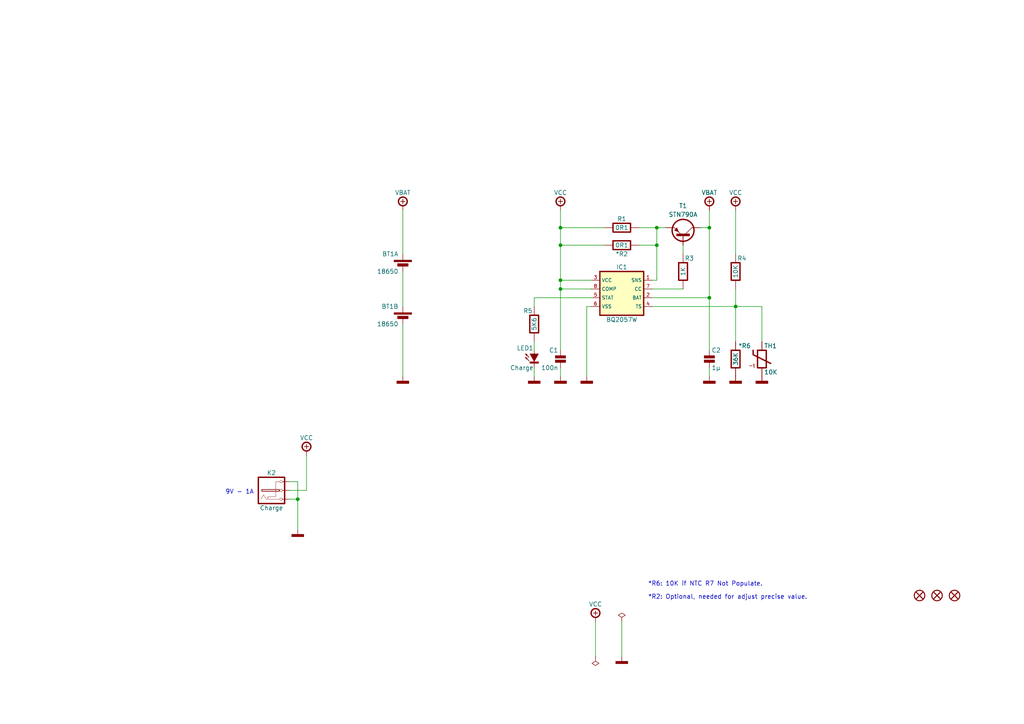
<source format=kicad_sch>
(kicad_sch (version 20210126) (generator eeschema)
  (paper "A4")
  (title_block (title "Charger 2x18650") (date "01/2021") (rev "A") (comment 1 "TBOT - Charger"))
  (lib_symbols
    (symbol "power:PWR_FLAG" (power) (pin_numbers hide) (pin_names (offset 0) hide)
      (property "Value" "PWR_FLAG" (at 0 3.81 0))
      (symbol "PWR_FLAG_0_0"
        (pin power_out line (at 0 0 90) (length 0) (name "pwr") (number "1"))
      )
      (symbol "PWR_FLAG_0_1"
        (polyline (pts (xy 0 0) (xy 0 1.27) (xy -1.016 1.905) (xy 0 2.54) (xy 1.016 1.905) (xy 0 1.27)))
      )
    )
    (symbol "tronixio:BQ2057W" (pin_names (offset 0.5))
      (property "Reference" "IC" (at 0 7.62 0))
      (property "Value" "BQ2057W" (at 0 -7.62 0))
      (symbol "BQ2057W_0_1"
        (rectangle (start -6.35 -6.35) (end 6.35 6.35) (stroke (width 0.4)) (fill (type background)))
      )
      (symbol "BQ2057W_1_1"
        (pin power_in line (at -8.89 -3.81 0) (length 2.54) (name "VSS") (number "6"))
        (pin power_in line (at -8.89 3.81 0) (length 2.54) (name "VCC") (number "3"))
        (pin open_collector line (at -8.89 -1.27 0) (length 2.54) (name "STAT") (number "5"))
        (pin power_out line (at 8.89 -1.27 180) (length 2.54) (name "BAT") (number "2"))
        (pin input line (at -8.89 1.27 0) (length 2.54) (name "COMP") (number "8"))
        (pin input line (at 8.89 -3.81 180) (length 2.54) (name "TS") (number "4"))
        (pin input line (at 8.89 3.81 180) (length 2.54) (name "SNS") (number "1"))
        (pin output line (at 8.89 1.27 180) (length 2.54) (name "CC") (number "7"))
      )
    )
    (symbol "tronixio:C" (pin_numbers hide) (pin_names (offset 0) hide)
      (property "Reference" "C" (at 0.635 2.54 0))
      (property "Value" "C" (at 0.635 -2.54 0))
      (symbol "C_0_1"
        (rectangle (start -1.524 -0.254) (end 1.524 -1.016) (stroke (width 0.001)) (fill (type outline)))
        (rectangle (start -1.524 1.016) (end 1.524 0.254) (stroke (width 0.001)) (fill (type outline)))
      )
      (symbol "C_1_1"
        (pin passive line (at 0 2.54 270) (length 1.905) (name "~") (number "1"))
        (pin passive line (at 0 -2.54 90) (length 1.905) (name "~") (number "2"))
      )
    )
    (symbol "tronixio:CUI-PJ-102AH" (pin_numbers hide) (pin_names (offset 0) hide)
      (property "Reference" "K" (at 0 5.08 0))
      (property "Value" "CUI-PJ-102AH" (at 0 -5.08 0))
      (symbol "CUI-PJ-102AH_0_1"
        (circle (center 2.794 2.54) (radius 0.3592) (stroke (width 0.0006)))
        (circle (center 2.794 0) (radius 0.3592) (stroke (width 0.0006)))
        (circle (center 2.794 -2.54) (radius 0.3592) (stroke (width 0.0006)))
        (rectangle (start -3.81 -3.81) (end 3.81 3.81) (stroke (width 0.4)))
        (rectangle (start -2.794 0.254) (end 2.286 -0.254) (stroke (width 0.2)))
        (polyline (pts (xy -3.048 -2.54) (xy -2.286 -1.27) (xy -1.524 -2.54) (xy 2.286 -2.54)) (stroke (width 0.0006)))
        (polyline (pts (xy -1.27 -1.778) (xy -1.016 -2.286) (xy -0.762 -1.778) (xy 1.27 -1.778) (xy 1.27 2.54) (xy 2.286 2.54)) (stroke (width 0.0006)))
      )
      (symbol "CUI-PJ-102AH_1_1"
        (pin passive line (at 5.08 0 180) (length 1.905) (name "~") (number "1"))
        (pin passive line (at 5.08 -2.54 180) (length 1.905) (name "~") (number "2"))
        (pin passive line (at 5.08 2.54 180) (length 1.905) (name "~") (number "3"))
      )
    )
    (symbol "tronixio:GND" (power) (pin_numbers hide) (pin_names (offset 0) hide)
      (property "Value" "GND" (at 0 -3.81 0))
      (symbol "GND_0_1"
        (rectangle (start -1.778 -2.032) (end 1.778 -1.27) (stroke (width 0.001)) (fill (type outline)))
      )
      (symbol "GND_1_1"
        (pin power_in line (at 0 0 270) (length 1.27) (name "GND") (number "1"))
      )
    )
    (symbol "tronixio:KEYSTONE-1049" (pin_numbers hide) (pin_names (offset 0) hide)
      (property "Reference" "BT" (at -1.27 2.54 0))
      (property "Value" "KEYSTONE-1049" (at -1.27 -2.54 0))
      (symbol "KEYSTONE-1049_0_1"
        (rectangle (start -2.54 0.762) (end 2.54 0.254) (fill (type outline)))
        (rectangle (start -1.524 -0.254) (end 1.524 -1.016) (fill (type outline)))
      )
      (symbol "KEYSTONE-1049_1_1"
        (pin passive line (at 0 2.54 270) (length 1.905) (name "+") (number "2"))
        (pin passive line (at 0 -2.54 90) (length 1.905) (name "-") (number "1"))
      )
      (symbol "KEYSTONE-1049_2_1"
        (pin passive line (at 0 2.54 270) (length 1.905) (name "+") (number "4"))
        (pin passive line (at 0 -2.54 90) (length 1.905) (name "-") (number "3"))
      )
    )
    (symbol "tronixio:LED" (pin_numbers hide) (pin_names (offset 0) hide)
      (property "Reference" "LED" (at 0 -2.54 0))
      (property "Value" "LED" (at 0 -5.08 0))
      (symbol "LED_0_1"
        (rectangle (start -1.27 1.27) (end -0.762 -1.27) (stroke (width 0.001)) (fill (type outline)))
        (polyline (pts (xy 1.524 -1.27) (xy 1.524 1.27) (xy -0.762 0) (xy 1.524 -1.27)) (stroke (width 0.001)) (fill (type outline)))
        (polyline (pts (xy 0.508 1.524) (xy 1.524 2.54) (xy 1.27 2.032) (xy 1.016 2.286) (xy 1.524 2.54)) (stroke (width 0.2)))
        (polyline (pts (xy -0.508 1.524) (xy 0.508 2.54) (xy 0.254 2.032) (xy 0 2.286) (xy 0.508 2.54)) (stroke (width 0.2)))
      )
      (symbol "LED_1_1"
        (pin passive line (at -2.54 0 0) (length 1.27) (name "K") (number "1"))
        (pin passive line (at 2.54 0 180) (length 1.27) (name "A") (number "2"))
      )
    )
    (symbol "tronixio:MOUNTING-HOLE-MASK-3MM" (pin_numbers hide) (pin_names (offset 0) hide) (in_bom no)
      (symbol "MOUNTING-HOLE-MASK-3MM_0_1"
        (circle (center 0 0) (radius 1.524) (stroke (width 0.3)))
        (polyline (pts (xy -1.016 -1.016) (xy 1.016 1.016)) (stroke (width 0.3)))
        (polyline (pts (xy 1.016 -1.016) (xy -1.016 1.016)) (stroke (width 0.3)))
      )
    )
    (symbol "tronixio:R" (pin_numbers hide) (pin_names (offset 0) hide)
      (property "Reference" "R" (at 2.54 0 90))
      (property "Value" "R" (at 0 0 90))
      (symbol "R_0_1"
        (rectangle (start -1.27 -2.54) (end 1.27 2.54) (stroke (width 0.4)))
      )
      (symbol "R_1_1"
        (pin passive line (at 0 5.08 270) (length 2.54) (name "~") (number "1"))
        (pin passive line (at 0 -5.08 90) (length 2.54) (name "~") (number "2"))
      )
    )
    (symbol "tronixio:R_1" (pin_numbers hide) (pin_names (offset 0) hide)
      (property "Reference" "R" (at 2.54 0 90))
      (property "Value" "R" (at 0 0 90))
      (symbol "R_1_0_1"
        (rectangle (start -1.27 -2.54) (end 1.27 2.54) (stroke (width 0.4)))
      )
      (symbol "R_1_1_1"
        (pin passive line (at 0 5.08 270) (length 2.54) (name "~") (number "1"))
        (pin passive line (at 0 -5.08 90) (length 2.54) (name "~") (number "2"))
      )
    )
    (symbol "tronixio:R_2" (pin_numbers hide) (pin_names (offset 0) hide)
      (property "Reference" "R" (at 2.54 0 90))
      (property "Value" "R" (at 0 0 90))
      (symbol "R_2_0_1"
        (rectangle (start -1.27 -2.54) (end 1.27 2.54) (stroke (width 0.4)))
      )
      (symbol "R_2_1_1"
        (pin passive line (at 0 5.08 270) (length 2.54) (name "~") (number "1"))
        (pin passive line (at 0 -5.08 90) (length 2.54) (name "~") (number "2"))
      )
    )
    (symbol "tronixio:R_3" (pin_numbers hide) (pin_names (offset 0) hide)
      (property "Reference" "R" (at 2.54 0 90))
      (property "Value" "R" (at 0 0 90))
      (symbol "R_3_0_1"
        (rectangle (start -1.27 -2.54) (end 1.27 2.54) (stroke (width 0.4)))
      )
      (symbol "R_3_1_1"
        (pin passive line (at 0 5.08 270) (length 2.54) (name "~") (number "1"))
        (pin passive line (at 0 -5.08 90) (length 2.54) (name "~") (number "2"))
      )
    )
    (symbol "tronixio:R_5" (pin_numbers hide) (pin_names (offset 0) hide)
      (property "Reference" "R" (at 2.54 0 90))
      (property "Value" "R" (at 0 0 90))
      (symbol "R_5_0_1"
        (rectangle (start -1.27 -2.54) (end 1.27 2.54) (stroke (width 0.4)))
      )
      (symbol "R_5_1_1"
        (pin passive line (at 0 5.08 270) (length 2.54) (name "~") (number "1"))
        (pin passive line (at 0 -5.08 90) (length 2.54) (name "~") (number "2"))
      )
    )
    (symbol "tronixio:R_6" (pin_numbers hide) (pin_names (offset 0) hide)
      (property "Reference" "R" (at 2.54 0 90))
      (property "Value" "R" (at 0 0 90))
      (symbol "R_6_0_1"
        (rectangle (start -1.27 -2.54) (end 1.27 2.54) (stroke (width 0.4)))
      )
      (symbol "R_6_1_1"
        (pin passive line (at 0 5.08 270) (length 2.54) (name "~") (number "1"))
        (pin passive line (at 0 -5.08 90) (length 2.54) (name "~") (number "2"))
      )
    )
    (symbol "tronixio:STN790A" (pin_numbers hide) (pin_names (offset 0) hide)
      (property "Reference" "T" (at 5.08 1.27 0))
      (property "Value" "STN790A" (at 5.08 -1.27 0))
      (symbol "STN790A_0_1"
        (circle (center 1.778 0) (radius 3.175) (stroke (width 0.4)))
        (rectangle (start 0.127 1.905) (end 0.762 -1.905) (stroke (width 0.001)) (fill (type outline)))
        (polyline (pts (xy 0.635 0.635) (xy 2.54 2.54)))
        (polyline (pts (xy 0.635 -0.635) (xy 2.54 -2.54) (xy 2.54 -2.54)))
        (polyline (pts (xy 1.27 -1.27) (xy 2.54 -1.778) (xy 1.778 -2.54) (xy 1.27 -1.27)) (stroke (width 0.001)) (fill (type outline)))
      )
      (symbol "STN790A_1_1"
        (pin input line (at -2.54 0 0) (length 2.54) (name "B") (number "1"))
        (pin passive line (at 2.54 5.08 270) (length 2.54) (name "C") (number "2"))
        (pin passive line (at 2.54 -5.08 90) (length 2.54) (name "E") (number "3"))
      )
    )
    (symbol "tronixio:THERMISTOR_NTC" (pin_numbers hide) (pin_names (offset 0) hide)
      (property "Reference" "TH" (at 1.27 3.81 0))
      (property "Value" "THERMISTOR_NTC" (at 1.27 -3.81 0))
      (symbol "THERMISTOR_NTC_0_0"
        (text "-t" (at -1.905 -1.905 0) (effects (font (size 1 1)) (justify right)))
      )
      (symbol "THERMISTOR_NTC_0_1"
        (rectangle (start -1.27 -2.54) (end 1.27 2.54) (stroke (width 0.4)))
        (polyline (pts (xy -2.54 2.54) (xy -2.54 1.27) (xy 2.54 -1.27)) (stroke (width 0.4)))
      )
      (symbol "THERMISTOR_NTC_1_1"
        (pin passive line (at 0 5.08 270) (length 2.54) (name "~") (number "1"))
        (pin passive line (at 0 -5.08 90) (length 2.54) (name "~") (number "2"))
      )
    )
    (symbol "tronixio:VBAT" (power) (pin_numbers hide) (pin_names (offset 0) hide)
      (property "Value" "VBAT" (at 0 5.08 0))
      (symbol "VBAT_0_1"
        (circle (center 0 2.54) (radius 1.27) (stroke (width 0.4)))
        (polyline (pts (xy 0 1.905) (xy 0 3.175)) (stroke (width 0.2)))
        (polyline (pts (xy -0.635 2.54) (xy 0.635 2.54)) (stroke (width 0.2)))
      )
      (symbol "VBAT_1_1"
        (pin power_in line (at 0 0 90) (length 1.27) (name "VBAT") (number "1"))
      )
    )
    (symbol "tronixio:VCC" (power) (pin_numbers hide) (pin_names (offset 0) hide)
      (property "Value" "VCC" (at 0 5.08 0))
      (symbol "VCC_0_1"
        (circle (center 0 2.54) (radius 1.27) (stroke (width 0.4)))
        (polyline (pts (xy 0 1.905) (xy 0 3.175)) (stroke (width 0.2)))
        (polyline (pts (xy -0.635 2.54) (xy 0.635 2.54)) (stroke (width 0.2)))
      )
      (symbol "VCC_1_1"
        (pin power_in line (at 0 0 90) (length 1.27) (name "VCC") (number "1"))
      )
    )
  )
  (junction (at 86.36 144.78) (diameter 0.9144))
  (junction (at 162.56 66.04) (diameter 0.9144))
  (junction (at 162.56 71.12) (diameter 0.9144))
  (junction (at 162.56 81.28) (diameter 0.9144))
  (junction (at 162.56 83.82) (diameter 0.9144))
  (junction (at 190.5 66.04) (diameter 0.9144))
  (junction (at 190.5 71.12) (diameter 0.9144))
  (junction (at 205.74 66.04) (diameter 0.9144))
  (junction (at 205.74 86.36) (diameter 0.9144))
  (junction (at 213.36 88.9) (diameter 0.9144))
  (wire (pts (xy 83.82 139.7) (xy 86.36 139.7)))
  (wire (pts (xy 83.82 142.24) (xy 88.9 142.24)))
  (wire (pts (xy 83.82 144.78) (xy 86.36 144.78)))
  (wire (pts (xy 86.36 139.7) (xy 86.36 144.78)))
  (wire (pts (xy 86.36 144.78) (xy 86.36 153.67)))
  (wire (pts (xy 88.9 142.24) (xy 88.9 132.08)))
  (wire (pts (xy 116.84 60.96) (xy 116.84 73.66)))
  (wire (pts (xy 116.84 78.74) (xy 116.84 88.9)))
  (wire (pts (xy 116.84 93.98) (xy 116.84 109.22)))
  (wire (pts (xy 154.94 86.36) (xy 154.94 88.9)))
  (wire (pts (xy 154.94 99.06) (xy 154.94 101.6)))
  (wire (pts (xy 154.94 106.68) (xy 154.94 109.22)))
  (wire (pts (xy 162.56 60.96) (xy 162.56 66.04)))
  (wire (pts (xy 162.56 66.04) (xy 162.56 71.12)))
  (wire (pts (xy 162.56 66.04) (xy 175.26 66.04)))
  (wire (pts (xy 162.56 71.12) (xy 162.56 81.28)))
  (wire (pts (xy 162.56 71.12) (xy 175.26 71.12)))
  (wire (pts (xy 162.56 81.28) (xy 162.56 83.82)))
  (wire (pts (xy 162.56 83.82) (xy 162.56 101.6)))
  (wire (pts (xy 162.56 83.82) (xy 171.45 83.82)))
  (wire (pts (xy 162.56 106.68) (xy 162.56 109.22)))
  (wire (pts (xy 170.18 88.9) (xy 170.18 109.22)))
  (wire (pts (xy 171.45 81.28) (xy 162.56 81.28)))
  (wire (pts (xy 171.45 86.36) (xy 154.94 86.36)))
  (wire (pts (xy 171.45 88.9) (xy 170.18 88.9)))
  (wire (pts (xy 172.72 180.34) (xy 172.72 190.5)))
  (wire (pts (xy 180.34 180.34) (xy 180.34 190.5)))
  (wire (pts (xy 185.42 66.04) (xy 190.5 66.04)))
  (wire (pts (xy 185.42 71.12) (xy 190.5 71.12)))
  (wire (pts (xy 189.23 81.28) (xy 190.5 81.28)))
  (wire (pts (xy 189.23 83.82) (xy 198.12 83.82)))
  (wire (pts (xy 189.23 86.36) (xy 205.74 86.36)))
  (wire (pts (xy 189.23 88.9) (xy 213.36 88.9)))
  (wire (pts (xy 190.5 66.04) (xy 193.04 66.04)))
  (wire (pts (xy 190.5 71.12) (xy 190.5 66.04)))
  (wire (pts (xy 190.5 71.12) (xy 190.5 81.28)))
  (wire (pts (xy 198.12 71.12) (xy 198.12 73.66)))
  (wire (pts (xy 203.2 66.04) (xy 205.74 66.04)))
  (wire (pts (xy 205.74 60.96) (xy 205.74 66.04)))
  (wire (pts (xy 205.74 66.04) (xy 205.74 86.36)))
  (wire (pts (xy 205.74 86.36) (xy 205.74 101.6)))
  (wire (pts (xy 205.74 106.68) (xy 205.74 109.22)))
  (wire (pts (xy 213.36 60.96) (xy 213.36 73.66)))
  (wire (pts (xy 213.36 83.82) (xy 213.36 88.9)))
  (wire (pts (xy 213.36 88.9) (xy 213.36 99.06)))
  (wire (pts (xy 213.36 88.9) (xy 220.98 88.9)))
  (wire (pts (xy 220.98 99.06) (xy 220.98 88.9)))
  (text "9V - 1A" (at 73.66 143.51 180) (effects (font (size 1.27 1.27)) (justify right bottom)))
  (text "*R6: 10K if NTC R7 Not Populate." (at 187.96 170.18 0) (effects (font (size 1.27 1.27)) (justify left bottom)))
  (text "*R2: Optional, needed for adjust precise value." (at 187.96 173.99 0) (effects (font (size 1.27 1.27)) (justify left bottom)))
  (symbol (lib_id "power:PWR_FLAG") (at 172.72 190.5 180) (unit 1)
    (property "Reference" "#FLG02" (effects hide))
    (property "Value" "PWR_FLAG" (effects hide))
  )
  (symbol (lib_id "power:PWR_FLAG") (at 180.34 180.34 0) (unit 1)
    (property "Reference" "#FLG01" (effects hide))
    (property "Value" "PWR_FLAG" (effects hide))
  )
  (symbol (lib_id "tronixio:GND") (at 86.36 153.67 0) (unit 1)
    (property "Reference" "#PWR015" (effects hide))
    (property "Value" "GND" (effects hide))
  )
  (symbol (lib_id "tronixio:GND") (at 116.84 109.22 0) (unit 1)
    (property "Reference" "#PWR07" (effects hide))
    (property "Value" "GND" (effects hide))
  )
  (symbol (lib_id "tronixio:GND") (at 154.94 109.22 0) (unit 1)
    (property "Reference" "#PWR08" (effects hide))
    (property "Value" "GND" (effects hide))
  )
  (symbol (lib_id "tronixio:GND") (at 162.56 109.22 0) (unit 1)
    (property "Reference" "#PWR09" (effects hide))
    (property "Value" "GND" (effects hide))
  )
  (symbol (lib_id "tronixio:GND") (at 170.18 109.22 0) (unit 1)
    (property "Reference" "#PWR010" (effects hide))
    (property "Value" "GND" (effects hide))
  )
  (symbol (lib_id "tronixio:GND") (at 180.34 190.5 0) (unit 1)
    (property "Reference" "#PWR017" (effects hide))
    (property "Value" "GND" (effects hide))
  )
  (symbol (lib_id "tronixio:GND") (at 205.74 109.22 0) (unit 1)
    (property "Reference" "#PWR011" (effects hide))
    (property "Value" "GND" (effects hide))
  )
  (symbol (lib_id "tronixio:GND") (at 213.36 109.22 0) (unit 1)
    (property "Reference" "#PWR012" (effects hide))
    (property "Value" "GND" (effects hide))
  )
  (symbol (lib_id "tronixio:GND") (at 220.98 109.22 0) (unit 1)
    (property "Reference" "#PWR013" (effects hide))
    (property "Value" "GND" (effects hide))
  )
  (symbol (lib_id "tronixio:MOUNTING-HOLE-MASK-3MM") (at 266.7 172.72 0) (unit 1)
    (property "Reference" "H1" (effects hide))
    (property "Value" "MOUNTING-HOLE-MASK-3MM" (effects hide))
    (property "Footprint" "tronixio:M3-MASK" (effects hide))
  )
  (symbol (lib_id "tronixio:MOUNTING-HOLE-MASK-3MM") (at 271.78 172.72 0) (unit 1)
    (property "Reference" "H2" (effects hide))
    (property "Value" "MOUNTING-HOLE-MASK-3MM" (effects hide))
    (property "Footprint" "tronixio:M3-MASK" (effects hide))
  )
  (symbol (lib_id "tronixio:MOUNTING-HOLE-MASK-3MM") (at 276.86 172.72 0) (unit 1)
    (property "Reference" "H3" (effects hide))
    (property "Value" "MOUNTING-HOLE-MASK-3MM" (effects hide))
    (property "Footprint" "tronixio:M3-MASK" (effects hide))
  )
  (symbol (lib_id "tronixio:VCC") (at 88.9 132.08 0) (unit 1)
    (property "Reference" "#PWR014" (effects hide))
    (property "Value" "VCC" (at 88.9 127 0))
  )
  (symbol (lib_id "tronixio:VBAT") (at 116.84 60.96 0) (unit 1)
    (property "Reference" "#PWR02" (effects hide))
    (property "Value" "VBAT" (at 116.84 55.88 0))
  )
  (symbol (lib_id "tronixio:VCC") (at 162.56 60.96 0) (unit 1)
    (property "Reference" "#PWR03" (effects hide))
    (property "Value" "VCC" (at 162.56 55.88 0))
  )
  (symbol (lib_id "tronixio:VCC") (at 172.72 180.34 0) (unit 1)
    (property "Reference" "#PWR016" (effects hide))
    (property "Value" "VCC" (at 172.72 175.26 0))
  )
  (symbol (lib_id "tronixio:VBAT") (at 205.74 60.96 0) (unit 1)
    (property "Reference" "#PWR04" (effects hide))
    (property "Value" "VBAT" (at 205.74 55.88 0))
  )
  (symbol (lib_id "tronixio:VCC") (at 213.36 60.96 0) (unit 1)
    (property "Reference" "#PWR05" (effects hide))
    (property "Value" "VCC" (at 213.36 55.88 0))
  )
  (symbol (lib_id "tronixio:C") (at 162.56 104.14 0) (unit 1)
    (property "Reference" "C1" (at 161.925 101.6 0) (effects (justify right)))
    (property "Value" "100n" (at 161.925 106.68 0) (effects (justify right)))
    (property "Footprint" "tronixio:CAPACITOR_1206" (effects hide))
  )
  (symbol (lib_id "tronixio:C") (at 205.74 104.14 0) (unit 1)
    (property "Reference" "C2" (at 206.375 101.6 0) (effects (justify left)))
    (property "Value" "1µ" (at 206.375 106.68 0) (effects (justify left)))
    (property "Footprint" "tronixio:CAPACITOR_1206" (effects hide))
  )
  (symbol (lib_id "tronixio:LED") (at 154.94 104.14 90) (unit 1)
    (property "Reference" "LED1" (at 149.86 100.965 90) (effects (justify right)))
    (property "Value" "Charge" (at 147.955 106.68 90) (effects (justify right)))
    (property "Footprint" "tronixio:LED_1206" (effects hide))
  )
  (symbol (lib_id "tronixio:KEYSTONE-1049") (at 116.84 76.2 0) (unit 1)
    (property "Reference" "BT1" (at 115.57 73.66 0) (effects (justify right)))
    (property "Value" "18650" (at 115.57 78.74 0) (effects (justify right)))
    (property "Footprint" "tronixio:KEYSTONE-1049" (effects hide))
    (property "Datasheet" "http://www.keyelco.com/product.cfm/product_id/921" (effects hide))
  )
  (symbol (lib_id "tronixio:KEYSTONE-1049") (at 116.84 91.44 0) (unit 2)
    (property "Reference" "BT1" (at 115.57 88.9 0) (effects (justify right)))
    (property "Value" "18650" (at 115.57 93.98 0) (effects (justify right)))
    (property "Footprint" "tronixio:KEYSTONE-1049" (effects hide))
    (property "Datasheet" "http://www.keyelco.com/product.cfm/product_id/921" (effects hide))
  )
  (symbol (lib_id "tronixio:R") (at 154.94 93.98 180) (unit 1)
    (property "Reference" "R5" (at 151.765 90.17 0) (effects (justify right)))
    (property "Value" "5K6" (at 154.94 93.98 90))
    (property "Footprint" "tronixio:RESISTOR_1206" (effects hide))
  )
  (symbol (lib_name "tronixio:R_6") (lib_id "tronixio:R") (at 180.34 66.04 90) (unit 1)
    (property "Reference" "R1" (at 180.34 63.5 90))
    (property "Value" "0R1" (at 180.34 66.04 90))
    (property "Footprint" "tronixio:RESISTOR_1210" (effects hide))
  )
  (symbol (lib_name "tronixio:R_5") (lib_id "tronixio:R") (at 180.34 71.12 90) (unit 1)
    (property "Reference" "*R2" (at 180.34 73.66 90))
    (property "Value" "0R1" (at 180.34 71.12 90))
    (property "Footprint" "tronixio:RESISTOR_1210" (effects hide))
  )
  (symbol (lib_name "tronixio:R_1") (lib_id "tronixio:R") (at 198.12 78.74 180) (unit 1)
    (property "Reference" "R3" (at 201.295 74.93 0) (effects (justify left)))
    (property "Value" "1K" (at 198.12 78.74 90))
    (property "Footprint" "tronixio:RESISTOR_1206" (effects hide))
  )
  (symbol (lib_name "tronixio:R_2") (lib_id "tronixio:R") (at 213.36 78.74 180) (unit 1)
    (property "Reference" "R4" (at 216.535 74.93 0) (effects (justify left)))
    (property "Value" "10K" (at 213.36 78.74 90))
    (property "Footprint" "tronixio:RESISTOR_1206" (effects hide))
  )
  (symbol (lib_name "tronixio:R_3") (lib_id "tronixio:R") (at 213.36 104.14 180) (unit 1)
    (property "Reference" "*R6" (at 217.805 100.33 0) (effects (justify left)))
    (property "Value" "36K" (at 213.36 104.14 90))
    (property "Footprint" "tronixio:RESISTOR_1206" (effects hide))
  )
  (symbol (lib_id "tronixio:THERMISTOR_NTC") (at 220.98 104.14 0) (unit 1)
    (property "Reference" "TH1" (at 221.615 100.33 0) (effects (justify left)))
    (property "Value" "10K" (at 221.615 107.95 0) (effects (justify left)))
    (property "Footprint" "tronixio:THERMISTOR" (effects hide))
    (property "Datasheet" "http://www.vishay.com/product?docid=29154" (effects hide))
  )
  (symbol (lib_id "tronixio:CUI-PJ-102AH") (at 78.74 142.24 0) (unit 1)
    (property "Reference" "K2" (at 78.74 137.16 0))
    (property "Value" "Charge" (at 78.74 147.32 0))
    (property "Footprint" "tronixio:CUI-PJ-102AH" (effects hide))
    (property "Datasheet" "https://www.cuidevices.com/product/interconnect/connectors/dc-power-connectors/jacks/pj-102ah" (effects hide))
  )
  (symbol (lib_id "tronixio:STN790A") (at 198.12 68.58 270) (mirror x) (unit 1)
    (property "Reference" "T1" (at 198.12 59.69 90))
    (property "Value" "STN790A" (at 198.12 62.23 90))
    (property "Footprint" "tronixio:SOT-223-3" (effects hide))
    (property "Datasheet" "https://www.st.com/content/st_com/en/products/power-transistors/power-bipolar/lt-500v-transistors/stn790a.html" (effects hide))
  )
  (symbol (lib_id "tronixio:BQ2057W") (at 180.34 85.09 0) (unit 1)
    (property "Reference" "IC1" (at 180.34 77.47 0))
    (property "Value" "BQ2057W" (at 180.34 92.71 0))
    (property "Footprint" "tronixio:SOIC-8" (effects hide))
    (property "Datasheet" "https://www.ti.com/product/BQ2057W" (effects hide))
  )
)
</source>
